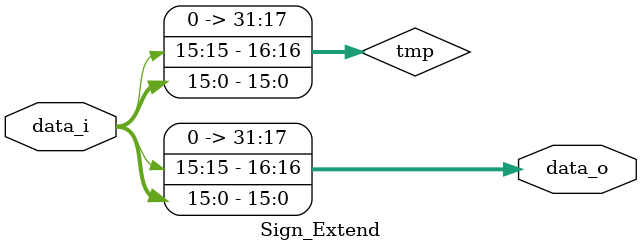
<source format=v>
module Sign_Extend(
	data_i,	// inst[15:0]
	data_o	// MUX_ALUSrc.data2_i
);

input	[15:0]	data_i;
output	[31:0]	data_o;

reg		[31:0]	tmp;
assign	data_o = tmp;

always@(*) begin
	tmp[15:0] = data_i[15:0];
	tmp[31:16] = data_i[15];
end

endmodule

</source>
